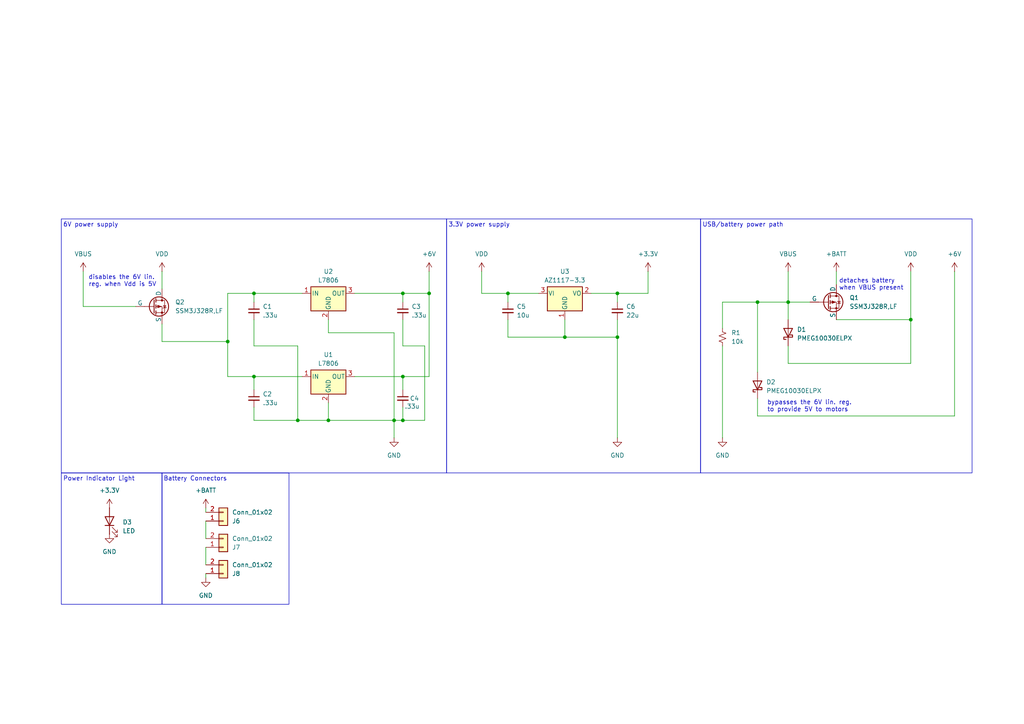
<source format=kicad_sch>
(kicad_sch (version 20250114) (generator "eeschema") (generator_version "9.0")
  (paper "A4")
  (lib_symbols
    (symbol "Connector_Generic:Conn_01x02" (pin_names (offset 1.016) (hide yes))
      (property "Reference" "J" (at 0 2.54 0))
      (property "Value" "Conn_01x02" (at 0 -5.08 0))
      (symbol "Conn_01x02_1_1"
        (rectangle (start -1.27 1.27) (end 1.27 -3.81) (stroke (width 0.254)) (fill (type background)))
        (rectangle (start -1.27 0.127) (end 0 -0.127) (stroke (width 0.1524)))
        (rectangle (start -1.27 -2.413) (end 0 -2.667) (stroke (width 0.1524)))
        (pin passive line (at -5.08 0 0) (length 3.81) (name "Pin_1") (number "1"))
        (pin passive line (at -5.08 -2.54 0) (length 3.81) (name "Pin_2") (number "2"))
      )
    )
    (symbol "Device:C_Small" (pin_numbers (hide yes)) (pin_names (offset 0.254) (hide yes))
      (property "Reference" "C" (at 0.254 1.778 0))
      (property "Value" "C_Small" (at 0.254 -2.032 0))
      (symbol "C_Small_0_1"
        (polyline (pts (xy -1.524 0.508) (xy 1.524 0.508)) (stroke (width 0.3048)))
        (polyline (pts (xy -1.524 -0.508) (xy 1.524 -0.508)) (stroke (width 0.3302)))
      )
      (symbol "C_Small_1_1"
        (pin passive line (at 0 2.54 270) (length 2.032) (name "~") (number "1"))
        (pin passive line (at 0 -2.54 90) (length 2.032) (name "~") (number "2"))
      )
    )
    (symbol "Device:D_Schottky" (pin_numbers (hide yes)) (pin_names (offset 1.016) (hide yes))
      (property "Reference" "D" (at 0 2.54 0))
      (property "Value" "D_Schottky" (at 0 -2.54 0))
      (symbol "D_Schottky_0_1"
        (polyline (pts (xy -1.905 0.635) (xy -1.905 1.27) (xy -1.27 1.27) (xy -1.27 -1.27) (xy -0.635 -1.27) (xy -0.635 -0.635)) (stroke (width 0.254)))
        (polyline (pts (xy 1.27 1.27) (xy 1.27 -1.27) (xy -1.27 0) (xy 1.27 1.27)) (stroke (width 0.254)))
        (polyline (pts (xy 1.27 0) (xy -1.27 0)))
      )
      (symbol "D_Schottky_1_1"
        (pin passive line (at -3.81 0 0) (length 2.54) (name "K") (number "1"))
        (pin passive line (at 3.81 0 180) (length 2.54) (name "A") (number "2"))
      )
    )
    (symbol "Device:LED" (pin_numbers (hide yes)) (pin_names (offset 1.016) (hide yes))
      (property "Reference" "D" (at 0 2.54 0))
      (property "Value" "LED" (at 0 -2.54 0))
      (symbol "LED_0_1"
        (polyline (pts (xy -3.048 -0.762) (xy -4.572 -2.286) (xy -3.81 -2.286) (xy -4.572 -2.286) (xy -4.572 -1.524)))
        (polyline (pts (xy -1.778 -0.762) (xy -3.302 -2.286) (xy -2.54 -2.286) (xy -3.302 -2.286) (xy -3.302 -1.524)))
        (polyline (pts (xy -1.27 0) (xy 1.27 0)))
        (polyline (pts (xy -1.27 -1.27) (xy -1.27 1.27)) (stroke (width 0.254)))
        (polyline (pts (xy 1.27 -1.27) (xy 1.27 1.27) (xy -1.27 0) (xy 1.27 -1.27)) (stroke (width 0.254)))
      )
      (symbol "LED_1_1"
        (pin passive line (at -3.81 0 0) (length 2.54) (name "K") (number "1"))
        (pin passive line (at 3.81 0 180) (length 2.54) (name "A") (number "2"))
      )
    )
    (symbol "Device:R_Small_US" (pin_numbers (hide yes)) (pin_names (offset 0.254) (hide yes))
      (property "Reference" "R" (at 0.762 0.508 0))
      (property "Value" "R_Small_US" (at 0.762 -1.016 0))
      (symbol "R_Small_US_1_1"
        (polyline (pts (xy 0 1.524) (xy 1.016 1.143) (xy 0 0.762) (xy -1.016 0.381) (xy 0 0)))
        (polyline (pts (xy 0 0) (xy 1.016 -0.381) (xy 0 -0.762) (xy -1.016 -1.143) (xy 0 -1.524)))
        (pin passive line (at 0 2.54 270) (length 1.016) (name "~") (number "1"))
        (pin passive line (at 0 -2.54 90) (length 1.016) (name "~") (number "2"))
      )
    )
    (symbol "Regulator_Linear:AZ1117-3.3" (pin_names (offset 0.254))
      (property "Reference" "U" (at -3.81 3.175 0))
      (property "Value" "AZ1117-3.3" (at 0 3.175 0))
      (symbol "AZ1117-3.3_0_1"
        (rectangle (start -5.08 1.905) (end 5.08 -5.08) (stroke (width 0.254)) (fill (type background)))
      )
      (symbol "AZ1117-3.3_1_1"
        (pin power_in line (at -7.62 0 0) (length 2.54) (name "VI") (number "3"))
        (pin power_in line (at 0 -7.62 90) (length 2.54) (name "GND") (number "1"))
        (pin power_out line (at 7.62 0 180) (length 2.54) (name "VO") (number "2"))
      )
    )
    (symbol "Regulator_Linear:L7806" (pin_names (offset 0.254))
      (property "Reference" "U" (at -3.81 3.175 0))
      (property "Value" "L7806" (at 0 3.175 0))
      (symbol "L7806_0_1"
        (rectangle (start -5.08 1.905) (end 5.08 -5.08) (stroke (width 0.254)) (fill (type background)))
      )
      (symbol "L7806_1_1"
        (pin power_in line (at -7.62 0 0) (length 2.54) (name "IN") (number "1"))
        (pin power_in line (at 0 -7.62 90) (length 2.54) (name "GND") (number "2"))
        (pin power_out line (at 7.62 0 180) (length 2.54) (name "OUT") (number "3"))
      )
    )
    (symbol "Simulation_SPICE:PMOS" (pin_numbers (hide yes)) (pin_names (offset 0))
      (property "Reference" "Q" (at 5.08 1.27 0))
      (property "Value" "PMOS" (at 5.08 -1.27 0))
      (symbol "PMOS_0_1"
        (polyline (pts (xy 0.254 1.905) (xy 0.254 -1.905)) (stroke (width 0.254)))
        (polyline (pts (xy 0.254 0) (xy -2.54 0)))
        (polyline (pts (xy 0.762 2.286) (xy 0.762 1.27)) (stroke (width 0.254)))
        (polyline (pts (xy 0.762 1.778) (xy 3.302 1.778) (xy 3.302 -1.778) (xy 0.762 -1.778)))
        (polyline (pts (xy 0.762 0.508) (xy 0.762 -0.508)) (stroke (width 0.254)))
        (polyline (pts (xy 0.762 -1.27) (xy 0.762 -2.286)) (stroke (width 0.254)))
        (circle (center 1.651 0) (radius 2.794) (stroke (width 0.254)))
        (polyline (pts (xy 2.286 0) (xy 1.27 0.381) (xy 1.27 -0.381) (xy 2.286 0)) (fill (type outline)))
        (polyline (pts (xy 2.54 2.54) (xy 2.54 1.778)))
        (circle (center 2.54 1.778) (radius 0.254) (fill (type outline)))
        (circle (center 2.54 -1.778) (radius 0.254) (fill (type outline)))
        (polyline (pts (xy 2.54 -2.54) (xy 2.54 0) (xy 0.762 0)))
        (polyline (pts (xy 2.794 -0.508) (xy 2.921 -0.381) (xy 3.683 -0.381) (xy 3.81 -0.254)))
        (polyline (pts (xy 3.302 -0.381) (xy 2.921 0.254) (xy 3.683 0.254) (xy 3.302 -0.381)))
      )
      (symbol "PMOS_1_1"
        (pin input line (at -5.08 0 0) (length 2.54) (name "G") (number "2"))
        (pin passive line (at 2.54 5.08 270) (length 2.54) (name "D") (number "1"))
        (pin passive line (at 2.54 -5.08 90) (length 2.54) (name "S") (number "3"))
      )
    )
    (symbol "power:+3.3V" (power) (pin_numbers (hide yes)) (pin_names (offset 0) (hide yes))
      (property "Value" "+3.3V" (at 0 3.556 0))
      (symbol "+3.3V_0_1"
        (polyline (pts (xy -0.762 1.27) (xy 0 2.54)))
        (polyline (pts (xy 0 2.54) (xy 0.762 1.27)))
        (polyline (pts (xy 0 0) (xy 0 2.54)))
      )
      (symbol "+3.3V_1_1"
        (pin power_in line (at 0 0 90) (length 0) (name "~") (number "1"))
      )
    )
    (symbol "power:+6V" (power) (pin_numbers (hide yes)) (pin_names (offset 0) (hide yes))
      (property "Value" "+6V" (at 0 3.556 0))
      (symbol "+6V_0_1"
        (polyline (pts (xy -0.762 1.27) (xy 0 2.54)))
        (polyline (pts (xy 0 2.54) (xy 0.762 1.27)))
        (polyline (pts (xy 0 0) (xy 0 2.54)))
      )
      (symbol "+6V_1_1"
        (pin power_in line (at 0 0 90) (length 0) (name "~") (number "1"))
      )
    )
    (symbol "power:+BATT" (power) (pin_numbers (hide yes)) (pin_names (offset 0) (hide yes))
      (property "Value" "+BATT" (at 0 3.556 0))
      (symbol "+BATT_0_1"
        (polyline (pts (xy -0.762 1.27) (xy 0 2.54)))
        (polyline (pts (xy 0 2.54) (xy 0.762 1.27)))
        (polyline (pts (xy 0 0) (xy 0 2.54)))
      )
      (symbol "+BATT_1_1"
        (pin power_in line (at 0 0 90) (length 0) (name "~") (number "1"))
      )
    )
    (symbol "power:GND" (power) (pin_numbers (hide yes)) (pin_names (offset 0) (hide yes))
      (property "Value" "GND" (at 0 -3.81 0))
      (symbol "GND_0_1"
        (polyline (pts (xy 0 0) (xy 0 -1.27) (xy 1.27 -1.27) (xy 0 -2.54) (xy -1.27 -1.27) (xy 0 -1.27)))
      )
      (symbol "GND_1_1"
        (pin power_in line (at 0 0 270) (length 0) (name "~") (number "1"))
      )
    )
    (symbol "power:VBUS" (power) (pin_numbers (hide yes)) (pin_names (offset 0) (hide yes))
      (property "Value" "VBUS" (at 0 3.556 0))
      (symbol "VBUS_0_1"
        (polyline (pts (xy -0.762 1.27) (xy 0 2.54)))
        (polyline (pts (xy 0 2.54) (xy 0.762 1.27)))
        (polyline (pts (xy 0 0) (xy 0 2.54)))
      )
      (symbol "VBUS_1_1"
        (pin power_in line (at 0 0 90) (length 0) (name "~") (number "1"))
      )
    )
    (symbol "power:VDD" (power) (pin_numbers (hide yes)) (pin_names (offset 0) (hide yes))
      (property "Value" "VDD" (at 0 3.556 0))
      (symbol "VDD_0_1"
        (polyline (pts (xy -0.762 1.27) (xy 0 2.54)))
        (polyline (pts (xy 0 2.54) (xy 0.762 1.27)))
        (polyline (pts (xy 0 0) (xy 0 2.54)))
      )
      (symbol "VDD_1_1"
        (pin power_in line (at 0 0 90) (length 0) (name "~") (number "1"))
      )
    )
  )
  (rectangle (start 129.54 63.5) (end 203.2 137.16))
  (rectangle (start 17.78 137.16) (end 46.99 175.26))
  (rectangle (start 17.78 63.5) (end 129.54 137.16))
  (rectangle (start 46.99 137.16) (end 83.82 175.26))
  (rectangle (start 203.2 63.5) (end 281.94 137.16))
  (text "3.3V power supply\n" (at 130.048 65.278 0) (effects (font (size 1.27 1.27)) (justify left)))
  (text "detaches battery\nwhen VBUS present" (at 243.332 82.55 0) (effects (font (size 1.27 1.27)) (justify left)))
  (text "USB/battery power path" (at 203.708 65.278 0) (effects (font (size 1.27 1.27)) (justify left)))
  (text "disables the 6V lin. \nreg. when Vdd is 5V" (at 25.654 81.534 0) (effects (font (size 1.27 1.27)) (justify left)))
  (text "Battery Connectors" (at 56.642 138.938 0) (effects (font (size 1.27 1.27))))
  (text "Power Indicator Light" (at 28.702 138.938 0) (effects (font (size 1.27 1.27))))
  (text "bypasses the 6V lin. reg.\nto provide 5V to motors" (at 222.504 117.856 0) (effects (font (size 1.27 1.27)) (justify left)))
  (text "6V power supply" (at 18.288 65.278 0) (effects (font (size 1.27 1.27)) (justify left)))
  (junction (at 116.84 121.92))
  (junction (at 179.07 97.79))
  (junction (at 124.46 85.09))
  (junction (at 116.84 109.22))
  (junction (at 95.25 121.92))
  (junction (at 264.16 92.71))
  (junction (at 228.6 87.63))
  (junction (at 179.07 85.09))
  (junction (at 86.36 121.92))
  (junction (at 73.66 85.09))
  (junction (at 114.3 121.92))
  (junction (at 147.32 85.09))
  (junction (at 73.66 109.22))
  (junction (at 219.71 87.63))
  (junction (at 116.84 85.09))
  (junction (at 163.83 97.79))
  (junction (at 66.04 99.06))
  (wire (pts (xy 179.07 92.71) (xy 179.07 97.79)))
  (wire (pts (xy 86.36 121.92) (xy 95.25 121.92)))
  (wire (pts (xy 116.84 109.22) (xy 124.46 109.22)))
  (wire (pts (xy 171.45 85.09) (xy 179.07 85.09)))
  (wire (pts (xy 209.55 87.63) (xy 209.55 95.25)))
  (wire (pts (xy 179.07 85.09) (xy 187.96 85.09)))
  (wire (pts (xy 73.66 100.33) (xy 86.36 100.33)))
  (wire (pts (xy 228.6 105.41) (xy 264.16 105.41)))
  (wire (pts (xy 116.84 121.92) (xy 114.3 121.92)))
  (wire (pts (xy 147.32 97.79) (xy 147.32 92.71)))
  (wire (pts (xy 187.96 78.74) (xy 187.96 85.09)))
  (wire (pts (xy 116.84 100.33) (xy 123.19 100.33)))
  (wire (pts (xy 116.84 118.11) (xy 116.84 121.92)))
  (wire (pts (xy 242.57 92.71) (xy 264.16 92.71)))
  (wire (pts (xy 116.84 92.71) (xy 116.84 100.33)))
  (wire (pts (xy 123.19 121.92) (xy 116.84 121.92)))
  (wire (pts (xy 73.66 121.92) (xy 86.36 121.92)))
  (wire (pts (xy 124.46 85.09) (xy 116.84 85.09)))
  (wire (pts (xy 86.36 100.33) (xy 86.36 121.92)))
  (wire (pts (xy 87.63 109.22) (xy 73.66 109.22)))
  (wire (pts (xy 228.6 100.33) (xy 228.6 105.41)))
  (wire (pts (xy 102.87 109.22) (xy 116.84 109.22)))
  (wire (pts (xy 163.83 97.79) (xy 147.32 97.79)))
  (wire (pts (xy 234.95 87.63) (xy 228.6 87.63)))
  (wire (pts (xy 73.66 109.22) (xy 73.66 113.03)))
  (wire (pts (xy 219.71 120.65) (xy 276.86 120.65)))
  (wire (pts (xy 147.32 85.09) (xy 147.32 87.63)))
  (wire (pts (xy 95.25 116.84) (xy 95.25 121.92)))
  (wire (pts (xy 73.66 92.71) (xy 73.66 100.33)))
  (wire (pts (xy 95.25 121.92) (xy 114.3 121.92)))
  (wire (pts (xy 147.32 85.09) (xy 139.7 85.09)))
  (wire (pts (xy 156.21 85.09) (xy 147.32 85.09)))
  (wire (pts (xy 219.71 87.63) (xy 209.55 87.63)))
  (wire (pts (xy 59.69 151.13) (xy 59.69 156.21)))
  (wire (pts (xy 59.69 148.59) (xy 59.69 147.32)))
  (wire (pts (xy 73.66 85.09) (xy 87.63 85.09)))
  (wire (pts (xy 114.3 96.52) (xy 114.3 121.92)))
  (wire (pts (xy 66.04 99.06) (xy 66.04 85.09)))
  (wire (pts (xy 179.07 97.79) (xy 163.83 97.79)))
  (wire (pts (xy 46.99 78.74) (xy 46.99 83.82)))
  (wire (pts (xy 116.84 109.22) (xy 116.84 113.03)))
  (wire (pts (xy 95.25 92.71) (xy 95.25 96.52)))
  (wire (pts (xy 163.83 92.71) (xy 163.83 97.79)))
  (wire (pts (xy 46.99 99.06) (xy 66.04 99.06)))
  (wire (pts (xy 73.66 109.22) (xy 66.04 109.22)))
  (wire (pts (xy 114.3 121.92) (xy 114.3 127)))
  (wire (pts (xy 123.19 100.33) (xy 123.19 121.92)))
  (wire (pts (xy 73.66 118.11) (xy 73.66 121.92)))
  (wire (pts (xy 124.46 109.22) (xy 124.46 85.09)))
  (wire (pts (xy 24.13 78.74) (xy 24.13 88.9)))
  (wire (pts (xy 242.57 78.74) (xy 242.57 82.55)))
  (wire (pts (xy 228.6 87.63) (xy 228.6 78.74)))
  (wire (pts (xy 116.84 85.09) (xy 102.87 85.09)))
  (wire (pts (xy 124.46 78.74) (xy 124.46 85.09)))
  (wire (pts (xy 219.71 115.57) (xy 219.71 120.65)))
  (wire (pts (xy 59.69 166.37) (xy 59.69 167.64)))
  (wire (pts (xy 179.07 97.79) (xy 179.07 127)))
  (wire (pts (xy 59.69 158.75) (xy 59.69 163.83)))
  (wire (pts (xy 209.55 100.33) (xy 209.55 127)))
  (wire (pts (xy 73.66 85.09) (xy 73.66 87.63)))
  (wire (pts (xy 24.13 88.9) (xy 39.37 88.9)))
  (wire (pts (xy 179.07 85.09) (xy 179.07 87.63)))
  (wire (pts (xy 139.7 78.74) (xy 139.7 85.09)))
  (wire (pts (xy 276.86 78.74) (xy 276.86 120.65)))
  (wire (pts (xy 228.6 87.63) (xy 228.6 92.71)))
  (wire (pts (xy 66.04 85.09) (xy 73.66 85.09)))
  (wire (pts (xy 95.25 96.52) (xy 114.3 96.52)))
  (wire (pts (xy 116.84 85.09) (xy 116.84 87.63)))
  (wire (pts (xy 66.04 109.22) (xy 66.04 99.06)))
  (wire (pts (xy 46.99 93.98) (xy 46.99 99.06)))
  (wire (pts (xy 219.71 87.63) (xy 219.71 107.95)))
  (wire (pts (xy 264.16 92.71) (xy 264.16 78.74)))
  (wire (pts (xy 228.6 87.63) (xy 219.71 87.63)))
  (wire (pts (xy 264.16 105.41) (xy 264.16 92.71)))
  (symbol (lib_id "power:+6V") (at 124.46 78.74 0) (unit 1)
    (property "Reference" "#PWR?" (effects (hide yes)))
    (property "Value" "+6V" (at 124.46 73.66 0))
    (property "Description" "Power symbol creates a global label with name \"+6V\"" (effects (hide yes)))
    (instances (project "" (path "" (reference "#PWR02") (unit 1))) (project "mcu board" (path "" (reference "#PWR?") (unit 1))))
  )
  (symbol (lib_id "power:+3.3V") (at 187.96 78.74 0) (unit 1)
    (property "Reference" "#PWR?" (effects (hide yes)))
    (property "Value" "+3.3V" (at 187.96 73.66 0))
    (property "Description" "Power symbol creates a global label with name \"+3.3V\"" (effects (hide yes)))
    (instances (project "" (path "" (reference "#PWR05") (unit 1))) (project "mcu board" (path "" (reference "#PWR?") (unit 1))))
  )
  (symbol (lib_id "Device:C_Small") (at 116.84 90.17 0) (unit 1)
    (property "Reference" "C3" (at 119.38 88.9062 0) (effects (justify left)))
    (property "Value" ".33u" (at 119.38 91.4462 0) (effects (justify left)))
    (property "Footprint" "Capacitor_SMD:C_1206_3216Metric" (effects (hide yes)))
    (property "Description" "Unpolarized capacitor, small symbol" (effects (hide yes)))
  )
  (symbol (lib_id "Regulator_Linear:L7806") (at 95.25 109.22 0) (unit 1)
    (property "Reference" "U3" (at 95.25 102.87 0))
    (property "Value" "L7806" (at 95.25 105.41 0))
    (property "Footprint" "Package_TO_SOT_SMD:TO-263-2" (effects (hide yes)))
    (property "Datasheet" "http://www.st.com/content/ccc/resource/technical/document/datasheet/41/4f/b3/b0/12/d4/47/88/CD00000444.pdf/files/CD00000444.pdf/jcr:content/translations/en.CD00000444.pdf" (effects (hide yes)))
    (property "Description" "Positive 1.5A 35V Linear Regulator, Fixed Output 6V, TO-220/TO-263/TO-252" (effects (hide yes)))
    (instances (project "" (path "" (reference "U1") (unit 1))) (project "" (path "" (reference "U3") (unit 1))))
  )
  (symbol (lib_id "power:GND") (at 179.07 127 0) (unit 1)
    (property "Reference" "#PWR?" (effects (hide yes)))
    (property "Value" "GND" (at 179.07 132.08 0))
    (property "Description" "Power symbol creates a global label with name \"GND\" , ground" (effects (hide yes)))
    (instances (project "power-subsystem-new" (path "" (reference "#PWR06") (unit 1))) (project "mcu board" (path "" (reference "#PWR?") (unit 1))))
  )
  (symbol (lib_id "Device:D_Schottky") (at 219.71 111.76 90) (unit 1)
    (property "Reference" "D1" (at 222.25 110.8074 90) (effects (justify right)))
    (property "Value" "PMEG10030ELPX" (at 222.25 113.3474 90) (effects (justify right)))
    (property "Footprint" "Diode_SMD:D_SOD-128" (effects (hide yes)))
    (property "Description" "Schottky diode" (effects (hide yes)))
    (instances (project "power-subsystem-new" (path "" (reference "D2") (unit 1))) (project "" (path "" (reference "D1") (unit 1))))
  )
  (symbol (lib_id "power:GND") (at 59.69 167.64 0) (unit 1)
    (property "Reference" "#PWR020" (effects (hide yes)))
    (property "Value" "GND" (at 59.69 172.72 0))
    (property "Description" "Power symbol creates a global label with name \"GND\" , ground" (effects (hide yes)))
  )
  (symbol (lib_id "power:VDD") (at 264.16 78.74 0) (unit 1)
    (property "Reference" "#PWR?" (effects (hide yes)))
    (property "Value" "VDD" (at 264.16 73.66 0))
    (property "Description" "Power symbol creates a global label with name \"VDD\"" (effects (hide yes)))
    (instances (project "" (path "" (reference "#PWR04") (unit 1))) (project "mcu board" (path "" (reference "#PWR?") (unit 1))))
  )
  (symbol (lib_id "Connector_Generic:Conn_01x02") (at 64.77 151.13 0) (mirror x) (unit 1)
    (property "Reference" "J6" (at 67.31 151.1301 0) (effects (justify left)))
    (property "Value" "Conn_01x02" (at 67.31 148.5901 0) (effects (justify left)))
    (property "Footprint" "Connector_JST:JST_PH_B2B-PH-K_1x02_P2.00mm_Vertical" (effects (hide yes)))
    (property "Description" "Generic connector, single row, 01x02, script generated (kicad-library-utils/schlib/autogen/connector/)" (effects (hide yes)))
  )
  (symbol (lib_id "power:GND") (at 209.55 127 0) (unit 1)
    (property "Reference" "#PWR?" (effects (hide yes)))
    (property "Value" "GND" (at 209.55 132.08 0))
    (property "Description" "Power symbol creates a global label with name \"GND\" , ground" (effects (hide yes)))
    (instances (project "" (path "" (reference "#PWR010") (unit 1))) (project "mcu board" (path "" (reference "#PWR?") (unit 1))))
  )
  (symbol (lib_id "Connector_Generic:Conn_01x02") (at 64.77 166.37 0) (mirror x) (unit 1)
    (property "Reference" "J8" (at 67.31 166.3701 0) (effects (justify left)))
    (property "Value" "Conn_01x02" (at 67.31 163.8301 0) (effects (justify left)))
    (property "Footprint" "Connector_JST:JST_PH_B2B-PH-K_1x02_P2.00mm_Vertical" (effects (hide yes)))
    (property "Description" "Generic connector, single row, 01x02, script generated (kicad-library-utils/schlib/autogen/connector/)" (effects (hide yes)))
  )
  (symbol (lib_id "power:VDD") (at 139.7 78.74 0) (unit 1)
    (property "Reference" "#PWR?" (effects (hide yes)))
    (property "Value" "VDD" (at 139.7 73.66 0))
    (property "Description" "Power symbol creates a global label with name \"VDD\"" (effects (hide yes)))
    (instances (project "power-subsystem-new" (path "" (reference "#PWR03") (unit 1))) (project "mcu board" (path "" (reference "#PWR?") (unit 1))))
  )
  (symbol (lib_id "Regulator_Linear:AZ1117-3.3") (at 163.83 85.09 0) (unit 1)
    (property "Reference" "U4" (at 163.83 78.74 0))
    (property "Value" "AZ1117-3.3" (at 163.83 81.28 0))
    (property "Footprint" "Package_TO_SOT_SMD:SOT-223-3_TabPin2" (effects (hide yes)))
    (property "Datasheet" "https://www.diodes.com/assets/Datasheets/AZ1117.pdf" (effects (hide yes)))
    (property "Description" "1A 20V Fixed LDO Linear Regulator, 3.3V, SOT-89/SOT-223/TO-220/TO-252/TO-263" (effects (hide yes)))
    (instances (project "" (path "" (reference "U3") (unit 1))) (project "" (path "" (reference "U4") (unit 1))))
  )
  (symbol (lib_id "Simulation_SPICE:PMOS") (at 240.03 87.63 0) (unit 1)
    (property "Reference" "Q2" (at 246.38 86.3599 0) (effects (justify left)))
    (property "Value" "SSM3J328R,LF" (at 246.38 88.8999 0) (effects (justify left)))
    (property "Footprint" "Package_TO_SOT_SMD:SOT-23" (effects (hide yes)))
    (property "Datasheet" "https://ngspice.sourceforge.io/docs/ngspice-html-manual/manual.xhtml#cha_MOSFETs" (effects (hide yes)))
    (property "Description" "P-MOSFET transistor, drain/source/gate" (effects (hide yes)))
    (property "Sim.Device" "PMOS" (effects (hide yes)))
    (property "Sim.Type" "VDMOS" (effects (hide yes)))
    (property "Sim.Pins" "1=D 2=G 3=S" (effects (hide yes)))
    (instances (project "" (path "" (reference "Q1") (unit 1))) (project "" (path "" (reference "Q2") (unit 1))))
  )
  (symbol (lib_id "power:+6V") (at 276.86 78.74 0) (unit 1)
    (property "Reference" "#PWR?" (effects (hide yes)))
    (property "Value" "+6V" (at 276.86 73.66 0))
    (property "Description" "Power symbol creates a global label with name \"+6V\"" (effects (hide yes)))
    (instances (project "" (path "" (reference "#PWR011") (unit 1))) (project "mcu board" (path "" (reference "#PWR?") (unit 1))))
  )
  (symbol (lib_id "Device:C_Small") (at 116.84 115.57 0) (unit 1)
    (property "Reference" "C4" (at 118.872 115.57 0) (effects (justify left)))
    (property "Value" ".33u" (at 117.348 117.856 0) (effects (justify left)))
    (property "Footprint" "Capacitor_SMD:C_1206_3216Metric" (effects (hide yes)))
    (property "Description" "Unpolarized capacitor, small symbol" (effects (hide yes)))
  )
  (symbol (lib_id "power:GND") (at 31.75 154.94 0) (unit 1)
    (property "Reference" "#PWR04" (effects (hide yes)))
    (property "Value" "GND" (at 31.75 160.02 0))
    (property "Description" "Power symbol creates a global label with name \"GND\" , ground" (effects (hide yes)))
  )
  (symbol (lib_id "Simulation_SPICE:PMOS") (at 44.45 88.9 0) (unit 1)
    (property "Reference" "Q1" (at 50.8 87.6299 0) (effects (justify left)))
    (property "Value" "SSM3J328R,LF" (at 50.8 90.1699 0) (effects (justify left)))
    (property "Footprint" "Package_TO_SOT_SMD:SOT-23" (effects (hide yes)))
    (property "Datasheet" "https://ngspice.sourceforge.io/docs/ngspice-html-manual/manual.xhtml#cha_MOSFETs" (effects (hide yes)))
    (property "Description" "P-MOSFET transistor, drain/source/gate" (effects (hide yes)))
    (property "Sim.Device" "PMOS" (effects (hide yes)))
    (property "Sim.Type" "VDMOS" (effects (hide yes)))
    (property "Sim.Pins" "1=D 2=G 3=S" (effects (hide yes)))
    (instances (project "power-subsystem-new" (path "" (reference "Q2") (unit 1))) (project "" (path "" (reference "Q1") (unit 1))))
  )
  (symbol (lib_id "Device:C_Small") (at 73.66 90.17 0) (unit 1)
    (property "Reference" "C1" (at 76.2 88.9062 0) (effects (justify left)))
    (property "Value" ".33u" (at 76.2 91.4462 0) (effects (justify left)))
    (property "Footprint" "Capacitor_SMD:C_1206_3216Metric" (effects (hide yes)))
    (property "Description" "Unpolarized capacitor, small symbol" (effects (hide yes)))
  )
  (symbol (lib_id "Device:LED") (at 31.75 151.13 90) (unit 1)
    (property "Reference" "D3" (at 35.56 151.4474 90) (effects (justify right)))
    (property "Value" "LED" (at 35.56 153.9874 90) (effects (justify right)))
    (property "Description" "Light emitting diode" (effects (hide yes)))
    (property "Sim.Pins" "1=K 2=A" (effects (hide yes)))
  )
  (symbol (lib_id "Regulator_Linear:L7806") (at 95.25 85.09 0) (unit 1)
    (property "Reference" "U2" (at 95.25 78.74 0))
    (property "Value" "L7806" (at 95.25 81.28 0))
    (property "Footprint" "Package_TO_SOT_SMD:TO-263-2" (effects (hide yes)))
    (property "Datasheet" "http://www.st.com/content/ccc/resource/technical/document/datasheet/41/4f/b3/b0/12/d4/47/88/CD00000444.pdf/files/CD00000444.pdf/jcr:content/translations/en.CD00000444.pdf" (effects (hide yes)))
    (property "Description" "Positive 1.5A 35V Linear Regulator, Fixed Output 6V, TO-220/TO-263/TO-252" (effects (hide yes)))
  )
  (symbol (lib_id "Device:D_Schottky") (at 228.6 96.52 90) (unit 1)
    (property "Reference" "D2" (at 231.14 95.5674 90) (effects (justify right)))
    (property "Value" "PMEG10030ELPX" (at 231.14 98.1074 90) (effects (justify right)))
    (property "Footprint" "Diode_SMD:D_SOD-128" (effects (hide yes)))
    (property "Description" "Schottky diode" (effects (hide yes)))
    (instances (project "" (path "" (reference "D1") (unit 1))) (project "" (path "" (reference "D2") (unit 1))))
  )
  (symbol (lib_id "power:+BATT") (at 59.69 147.32 0) (unit 1)
    (property "Reference" "#PWR021" (effects (hide yes)))
    (property "Value" "+BATT" (at 59.69 142.24 0))
    (property "Description" "Power symbol creates a global label with name \"+BATT\"" (effects (hide yes)))
  )
  (symbol (lib_id "power:VBUS") (at 228.6 78.74 0) (unit 1)
    (property "Reference" "#PWR?" (effects (hide yes)))
    (property "Value" "VBUS" (at 228.6 73.66 0))
    (property "Description" "Power symbol creates a global label with name \"VBUS\"" (effects (hide yes)))
    (instances (project "" (path "" (reference "#PWR09") (unit 1))) (project "mcu board" (path "" (reference "#PWR?") (unit 1))))
  )
  (symbol (lib_id "power:+3.3V") (at 31.75 147.32 0) (unit 1)
    (property "Reference" "#PWR06" (effects (hide yes)))
    (property "Value" "+3.3V" (at 31.75 142.24 0))
    (property "Description" "Power symbol creates a global label with name \"+3.3V\"" (effects (hide yes)))
  )
  (symbol (lib_id "power:GND") (at 114.3 127 0) (unit 1)
    (property "Reference" "#PWR?" (effects (hide yes)))
    (property "Value" "GND" (at 114.3 132.08 0))
    (property "Description" "Power symbol creates a global label with name \"GND\" , ground" (effects (hide yes)))
    (instances (project "power-subsystem-new" (path "" (reference "#PWR01") (unit 1))) (project "mcu board" (path "" (reference "#PWR?") (unit 1))))
  )
  (symbol (lib_id "Device:R_Small_US") (at 209.55 97.79 0) (unit 1)
    (property "Reference" "R3" (at 212.09 96.5199 0) (effects (justify left)))
    (property "Value" "10k" (at 212.09 99.0599 0) (effects (justify left)))
    (property "Footprint" "Resistor_SMD:R_1206_3216Metric" (effects (hide yes)))
    (property "Description" "Resistor, small US symbol" (effects (hide yes)))
    (instances (project "" (path "" (reference "R1") (unit 1))) (project "" (path "" (reference "R3") (unit 1))))
  )
  (symbol (lib_id "Device:C_Small") (at 73.66 115.57 0) (unit 1)
    (property "Reference" "C2" (at 76.2 114.3062 0) (effects (justify left)))
    (property "Value" ".33u" (at 76.2 116.8462 0) (effects (justify left)))
    (property "Footprint" "Capacitor_SMD:C_1206_3216Metric" (effects (hide yes)))
    (property "Description" "Unpolarized capacitor, small symbol" (effects (hide yes)))
  )
  (symbol (lib_id "Device:C_Small") (at 147.32 90.17 0) (unit 1)
    (property "Reference" "C5" (at 149.86 88.9062 0) (effects (justify left)))
    (property "Value" "10u" (at 149.86 91.4462 0) (effects (justify left)))
    (property "Footprint" "Capacitor_SMD:C_1206_3216Metric" (effects (hide yes)))
    (property "Description" "Unpolarized capacitor, small symbol" (effects (hide yes)))
  )
  (symbol (lib_id "power:VBUS") (at 24.13 78.74 0) (unit 1)
    (property "Reference" "#PWR?" (effects (hide yes)))
    (property "Value" "VBUS" (at 24.13 73.66 0))
    (property "Description" "Power symbol creates a global label with name \"VBUS\"" (effects (hide yes)))
    (instances (project "power-subsystem-new" (path "" (reference "#PWR013") (unit 1))) (project "mcu board" (path "" (reference "#PWR?") (unit 1))))
  )
  (symbol (lib_id "power:VDD") (at 46.99 78.74 0) (unit 1)
    (property "Reference" "#PWR?" (effects (hide yes)))
    (property "Value" "VDD" (at 46.99 73.66 0))
    (property "Description" "Power symbol creates a global label with name \"VDD\"" (effects (hide yes)))
    (instances (project "power-subsystem-new" (path "" (reference "#PWR07") (unit 1))) (project "mcu board" (path "" (reference "#PWR?") (unit 1))))
  )
  (symbol (lib_id "Connector_Generic:Conn_01x02") (at 64.77 158.75 0) (mirror x) (unit 1)
    (property "Reference" "J7" (at 67.31 158.7501 0) (effects (justify left)))
    (property "Value" "Conn_01x02" (at 67.31 156.2101 0) (effects (justify left)))
    (property "Footprint" "Connector_JST:JST_PH_B2B-PH-K_1x02_P2.00mm_Vertical" (effects (hide yes)))
    (property "Description" "Generic connector, single row, 01x02, script generated (kicad-library-utils/schlib/autogen/connector/)" (effects (hide yes)))
  )
  (symbol (lib_id "power:+BATT") (at 242.57 78.74 0) (unit 1)
    (property "Reference" "#PWR?" (effects (hide yes)))
    (property "Value" "+BATT" (at 242.57 73.66 0))
    (property "Description" "Power symbol creates a global label with name \"+BATT\"" (effects (hide yes)))
    (instances (project "" (path "" (reference "#PWR08") (unit 1))) (project "mcu board" (path "" (reference "#PWR?") (unit 1))))
  )
  (symbol (lib_id "Device:C_Small") (at 179.07 90.17 0) (unit 1)
    (property "Reference" "C6" (at 181.61 88.9062 0) (effects (justify left)))
    (property "Value" "22u" (at 181.61 91.4462 0) (effects (justify left)))
    (property "Footprint" "Capacitor_SMD:C_1206_3216Metric" (effects (hide yes)))
    (property "Description" "Unpolarized capacitor, small symbol" (effects (hide yes)))
  )
)
</source>
